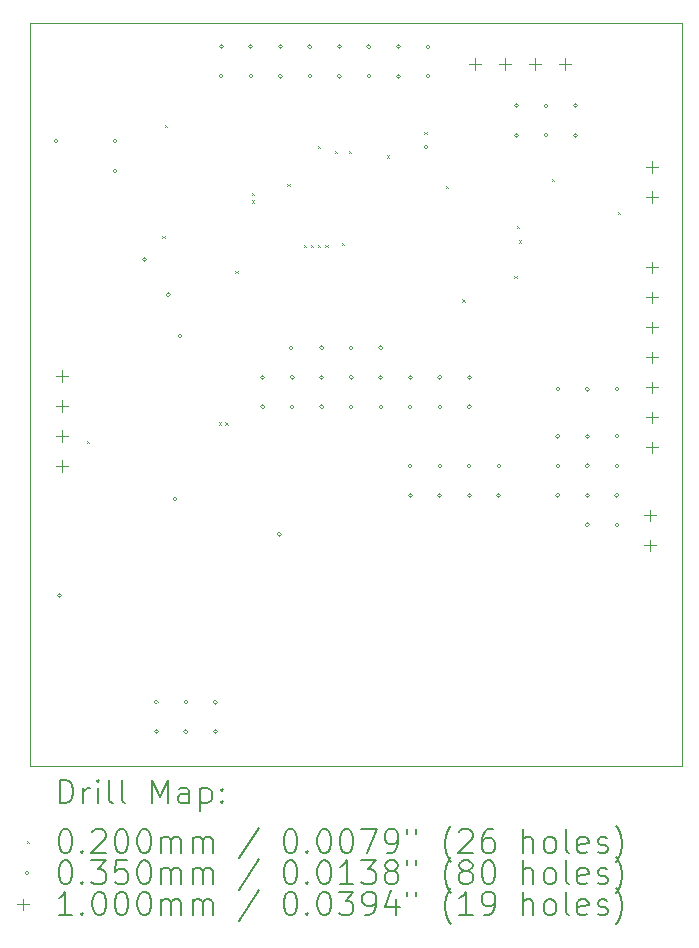
<source format=gbr>
%TF.GenerationSoftware,KiCad,Pcbnew,8.0.0*%
%TF.CreationDate,2025-05-02T12:09:18-03:00*%
%TF.ProjectId,PRJ4 (Alimentador Digital),50524a34-2028-4416-9c69-6d656e746164,rev?*%
%TF.SameCoordinates,Original*%
%TF.FileFunction,Drillmap*%
%TF.FilePolarity,Positive*%
%FSLAX45Y45*%
G04 Gerber Fmt 4.5, Leading zero omitted, Abs format (unit mm)*
G04 Created by KiCad (PCBNEW 8.0.0) date 2025-05-02 12:09:18*
%MOMM*%
%LPD*%
G01*
G04 APERTURE LIST*
%ADD10C,0.100000*%
%ADD11C,0.200000*%
G04 APERTURE END LIST*
D10*
X11527500Y-6750000D02*
X17052500Y-6750000D01*
X17052500Y-13040000D01*
X11527500Y-13040000D01*
X11527500Y-6750000D01*
D11*
D10*
X12010000Y-10290000D02*
X12030000Y-10310000D01*
X12030000Y-10290000D02*
X12010000Y-10310000D01*
X12650000Y-8550000D02*
X12670000Y-8570000D01*
X12670000Y-8550000D02*
X12650000Y-8570000D01*
X12670000Y-7610000D02*
X12690000Y-7630000D01*
X12690000Y-7610000D02*
X12670000Y-7630000D01*
X13130000Y-10130000D02*
X13150000Y-10150000D01*
X13150000Y-10130000D02*
X13130000Y-10150000D01*
X13185000Y-10130000D02*
X13205000Y-10150000D01*
X13205000Y-10130000D02*
X13185000Y-10150000D01*
X13270000Y-8850000D02*
X13290000Y-8870000D01*
X13290000Y-8850000D02*
X13270000Y-8870000D01*
X13410000Y-8190000D02*
X13430000Y-8210000D01*
X13430000Y-8190000D02*
X13410000Y-8210000D01*
X13410000Y-8250000D02*
X13430000Y-8270000D01*
X13430000Y-8250000D02*
X13410000Y-8270000D01*
X13710000Y-8110000D02*
X13730000Y-8130000D01*
X13730000Y-8110000D02*
X13710000Y-8130000D01*
X13850000Y-8630000D02*
X13870000Y-8650000D01*
X13870000Y-8630000D02*
X13850000Y-8650000D01*
X13910000Y-8630000D02*
X13930000Y-8650000D01*
X13930000Y-8630000D02*
X13910000Y-8650000D01*
X13970000Y-7790000D02*
X13990000Y-7810000D01*
X13990000Y-7790000D02*
X13970000Y-7810000D01*
X13970000Y-8630000D02*
X13990000Y-8650000D01*
X13990000Y-8630000D02*
X13970000Y-8650000D01*
X14030000Y-8630000D02*
X14050000Y-8650000D01*
X14050000Y-8630000D02*
X14030000Y-8650000D01*
X14110000Y-7830000D02*
X14130000Y-7850000D01*
X14130000Y-7830000D02*
X14110000Y-7850000D01*
X14170000Y-8610000D02*
X14190000Y-8630000D01*
X14190000Y-8610000D02*
X14170000Y-8630000D01*
X14230000Y-7830000D02*
X14250000Y-7850000D01*
X14250000Y-7830000D02*
X14230000Y-7850000D01*
X14550000Y-7870000D02*
X14570000Y-7890000D01*
X14570000Y-7870000D02*
X14550000Y-7890000D01*
X14870000Y-7670000D02*
X14890000Y-7690000D01*
X14890000Y-7670000D02*
X14870000Y-7690000D01*
X15050000Y-8130000D02*
X15070000Y-8150000D01*
X15070000Y-8130000D02*
X15050000Y-8150000D01*
X15190000Y-9090000D02*
X15210000Y-9110000D01*
X15210000Y-9090000D02*
X15190000Y-9110000D01*
X15630000Y-8890000D02*
X15650000Y-8910000D01*
X15650000Y-8890000D02*
X15630000Y-8910000D01*
X15650000Y-8470000D02*
X15670000Y-8490000D01*
X15670000Y-8470000D02*
X15650000Y-8490000D01*
X15670000Y-8590000D02*
X15690000Y-8610000D01*
X15690000Y-8590000D02*
X15670000Y-8610000D01*
X15950000Y-8070000D02*
X15970000Y-8090000D01*
X15970000Y-8070000D02*
X15950000Y-8090000D01*
X16510000Y-8350000D02*
X16530000Y-8370000D01*
X16530000Y-8350000D02*
X16510000Y-8370000D01*
X11767500Y-7750000D02*
G75*
G02*
X11732500Y-7750000I-17500J0D01*
G01*
X11732500Y-7750000D02*
G75*
G02*
X11767500Y-7750000I17500J0D01*
G01*
X11797500Y-11600000D02*
G75*
G02*
X11762500Y-11600000I-17500J0D01*
G01*
X11762500Y-11600000D02*
G75*
G02*
X11797500Y-11600000I17500J0D01*
G01*
X12267500Y-7750000D02*
G75*
G02*
X12232500Y-7750000I-17500J0D01*
G01*
X12232500Y-7750000D02*
G75*
G02*
X12267500Y-7750000I17500J0D01*
G01*
X12267500Y-8000000D02*
G75*
G02*
X12232500Y-8000000I-17500J0D01*
G01*
X12232500Y-8000000D02*
G75*
G02*
X12267500Y-8000000I17500J0D01*
G01*
X12517500Y-8750000D02*
G75*
G02*
X12482500Y-8750000I-17500J0D01*
G01*
X12482500Y-8750000D02*
G75*
G02*
X12517500Y-8750000I17500J0D01*
G01*
X12617500Y-12500000D02*
G75*
G02*
X12582500Y-12500000I-17500J0D01*
G01*
X12582500Y-12500000D02*
G75*
G02*
X12617500Y-12500000I17500J0D01*
G01*
X12617500Y-12750000D02*
G75*
G02*
X12582500Y-12750000I-17500J0D01*
G01*
X12582500Y-12750000D02*
G75*
G02*
X12617500Y-12750000I17500J0D01*
G01*
X12717500Y-9050000D02*
G75*
G02*
X12682500Y-9050000I-17500J0D01*
G01*
X12682500Y-9050000D02*
G75*
G02*
X12717500Y-9050000I17500J0D01*
G01*
X12777500Y-10780000D02*
G75*
G02*
X12742500Y-10780000I-17500J0D01*
G01*
X12742500Y-10780000D02*
G75*
G02*
X12777500Y-10780000I17500J0D01*
G01*
X12817500Y-9400000D02*
G75*
G02*
X12782500Y-9400000I-17500J0D01*
G01*
X12782500Y-9400000D02*
G75*
G02*
X12817500Y-9400000I17500J0D01*
G01*
X12867500Y-12500000D02*
G75*
G02*
X12832500Y-12500000I-17500J0D01*
G01*
X12832500Y-12500000D02*
G75*
G02*
X12867500Y-12500000I17500J0D01*
G01*
X12867500Y-12750000D02*
G75*
G02*
X12832500Y-12750000I-17500J0D01*
G01*
X12832500Y-12750000D02*
G75*
G02*
X12867500Y-12750000I17500J0D01*
G01*
X13117500Y-12500000D02*
G75*
G02*
X13082500Y-12500000I-17500J0D01*
G01*
X13082500Y-12500000D02*
G75*
G02*
X13117500Y-12500000I17500J0D01*
G01*
X13117500Y-12750000D02*
G75*
G02*
X13082500Y-12750000I-17500J0D01*
G01*
X13082500Y-12750000D02*
G75*
G02*
X13117500Y-12750000I17500J0D01*
G01*
X13167500Y-6950000D02*
G75*
G02*
X13132500Y-6950000I-17500J0D01*
G01*
X13132500Y-6950000D02*
G75*
G02*
X13167500Y-6950000I17500J0D01*
G01*
X13167500Y-7200000D02*
G75*
G02*
X13132500Y-7200000I-17500J0D01*
G01*
X13132500Y-7200000D02*
G75*
G02*
X13167500Y-7200000I17500J0D01*
G01*
X13417500Y-6950000D02*
G75*
G02*
X13382500Y-6950000I-17500J0D01*
G01*
X13382500Y-6950000D02*
G75*
G02*
X13417500Y-6950000I17500J0D01*
G01*
X13417500Y-7200000D02*
G75*
G02*
X13382500Y-7200000I-17500J0D01*
G01*
X13382500Y-7200000D02*
G75*
G02*
X13417500Y-7200000I17500J0D01*
G01*
X13517500Y-9750000D02*
G75*
G02*
X13482500Y-9750000I-17500J0D01*
G01*
X13482500Y-9750000D02*
G75*
G02*
X13517500Y-9750000I17500J0D01*
G01*
X13517500Y-10000000D02*
G75*
G02*
X13482500Y-10000000I-17500J0D01*
G01*
X13482500Y-10000000D02*
G75*
G02*
X13517500Y-10000000I17500J0D01*
G01*
X13657500Y-11080000D02*
G75*
G02*
X13622500Y-11080000I-17500J0D01*
G01*
X13622500Y-11080000D02*
G75*
G02*
X13657500Y-11080000I17500J0D01*
G01*
X13667500Y-6950000D02*
G75*
G02*
X13632500Y-6950000I-17500J0D01*
G01*
X13632500Y-6950000D02*
G75*
G02*
X13667500Y-6950000I17500J0D01*
G01*
X13667500Y-7200000D02*
G75*
G02*
X13632500Y-7200000I-17500J0D01*
G01*
X13632500Y-7200000D02*
G75*
G02*
X13667500Y-7200000I17500J0D01*
G01*
X13757500Y-9500000D02*
G75*
G02*
X13722500Y-9500000I-17500J0D01*
G01*
X13722500Y-9500000D02*
G75*
G02*
X13757500Y-9500000I17500J0D01*
G01*
X13767500Y-9750000D02*
G75*
G02*
X13732500Y-9750000I-17500J0D01*
G01*
X13732500Y-9750000D02*
G75*
G02*
X13767500Y-9750000I17500J0D01*
G01*
X13767500Y-10000000D02*
G75*
G02*
X13732500Y-10000000I-17500J0D01*
G01*
X13732500Y-10000000D02*
G75*
G02*
X13767500Y-10000000I17500J0D01*
G01*
X13917500Y-6950000D02*
G75*
G02*
X13882500Y-6950000I-17500J0D01*
G01*
X13882500Y-6950000D02*
G75*
G02*
X13917500Y-6950000I17500J0D01*
G01*
X13917500Y-7200000D02*
G75*
G02*
X13882500Y-7200000I-17500J0D01*
G01*
X13882500Y-7200000D02*
G75*
G02*
X13917500Y-7200000I17500J0D01*
G01*
X14017500Y-9500000D02*
G75*
G02*
X13982500Y-9500000I-17500J0D01*
G01*
X13982500Y-9500000D02*
G75*
G02*
X14017500Y-9500000I17500J0D01*
G01*
X14017500Y-9750000D02*
G75*
G02*
X13982500Y-9750000I-17500J0D01*
G01*
X13982500Y-9750000D02*
G75*
G02*
X14017500Y-9750000I17500J0D01*
G01*
X14017500Y-10000000D02*
G75*
G02*
X13982500Y-10000000I-17500J0D01*
G01*
X13982500Y-10000000D02*
G75*
G02*
X14017500Y-10000000I17500J0D01*
G01*
X14167500Y-6950000D02*
G75*
G02*
X14132500Y-6950000I-17500J0D01*
G01*
X14132500Y-6950000D02*
G75*
G02*
X14167500Y-6950000I17500J0D01*
G01*
X14167500Y-7200000D02*
G75*
G02*
X14132500Y-7200000I-17500J0D01*
G01*
X14132500Y-7200000D02*
G75*
G02*
X14167500Y-7200000I17500J0D01*
G01*
X14267500Y-9500000D02*
G75*
G02*
X14232500Y-9500000I-17500J0D01*
G01*
X14232500Y-9500000D02*
G75*
G02*
X14267500Y-9500000I17500J0D01*
G01*
X14267500Y-9750000D02*
G75*
G02*
X14232500Y-9750000I-17500J0D01*
G01*
X14232500Y-9750000D02*
G75*
G02*
X14267500Y-9750000I17500J0D01*
G01*
X14267500Y-10000000D02*
G75*
G02*
X14232500Y-10000000I-17500J0D01*
G01*
X14232500Y-10000000D02*
G75*
G02*
X14267500Y-10000000I17500J0D01*
G01*
X14417500Y-6950000D02*
G75*
G02*
X14382500Y-6950000I-17500J0D01*
G01*
X14382500Y-6950000D02*
G75*
G02*
X14417500Y-6950000I17500J0D01*
G01*
X14417500Y-7200000D02*
G75*
G02*
X14382500Y-7200000I-17500J0D01*
G01*
X14382500Y-7200000D02*
G75*
G02*
X14417500Y-7200000I17500J0D01*
G01*
X14517500Y-9500000D02*
G75*
G02*
X14482500Y-9500000I-17500J0D01*
G01*
X14482500Y-9500000D02*
G75*
G02*
X14517500Y-9500000I17500J0D01*
G01*
X14517500Y-9750000D02*
G75*
G02*
X14482500Y-9750000I-17500J0D01*
G01*
X14482500Y-9750000D02*
G75*
G02*
X14517500Y-9750000I17500J0D01*
G01*
X14517500Y-10000000D02*
G75*
G02*
X14482500Y-10000000I-17500J0D01*
G01*
X14482500Y-10000000D02*
G75*
G02*
X14517500Y-10000000I17500J0D01*
G01*
X14667500Y-6950000D02*
G75*
G02*
X14632500Y-6950000I-17500J0D01*
G01*
X14632500Y-6950000D02*
G75*
G02*
X14667500Y-6950000I17500J0D01*
G01*
X14667500Y-7200000D02*
G75*
G02*
X14632500Y-7200000I-17500J0D01*
G01*
X14632500Y-7200000D02*
G75*
G02*
X14667500Y-7200000I17500J0D01*
G01*
X14767500Y-9750000D02*
G75*
G02*
X14732500Y-9750000I-17500J0D01*
G01*
X14732500Y-9750000D02*
G75*
G02*
X14767500Y-9750000I17500J0D01*
G01*
X14767500Y-10000000D02*
G75*
G02*
X14732500Y-10000000I-17500J0D01*
G01*
X14732500Y-10000000D02*
G75*
G02*
X14767500Y-10000000I17500J0D01*
G01*
X14767500Y-10500000D02*
G75*
G02*
X14732500Y-10500000I-17500J0D01*
G01*
X14732500Y-10500000D02*
G75*
G02*
X14767500Y-10500000I17500J0D01*
G01*
X14767500Y-10750000D02*
G75*
G02*
X14732500Y-10750000I-17500J0D01*
G01*
X14732500Y-10750000D02*
G75*
G02*
X14767500Y-10750000I17500J0D01*
G01*
X14897500Y-7800000D02*
G75*
G02*
X14862500Y-7800000I-17500J0D01*
G01*
X14862500Y-7800000D02*
G75*
G02*
X14897500Y-7800000I17500J0D01*
G01*
X14917500Y-6950000D02*
G75*
G02*
X14882500Y-6950000I-17500J0D01*
G01*
X14882500Y-6950000D02*
G75*
G02*
X14917500Y-6950000I17500J0D01*
G01*
X14917500Y-7200000D02*
G75*
G02*
X14882500Y-7200000I-17500J0D01*
G01*
X14882500Y-7200000D02*
G75*
G02*
X14917500Y-7200000I17500J0D01*
G01*
X15017500Y-9750000D02*
G75*
G02*
X14982500Y-9750000I-17500J0D01*
G01*
X14982500Y-9750000D02*
G75*
G02*
X15017500Y-9750000I17500J0D01*
G01*
X15017500Y-10000000D02*
G75*
G02*
X14982500Y-10000000I-17500J0D01*
G01*
X14982500Y-10000000D02*
G75*
G02*
X15017500Y-10000000I17500J0D01*
G01*
X15017500Y-10500000D02*
G75*
G02*
X14982500Y-10500000I-17500J0D01*
G01*
X14982500Y-10500000D02*
G75*
G02*
X15017500Y-10500000I17500J0D01*
G01*
X15017500Y-10750000D02*
G75*
G02*
X14982500Y-10750000I-17500J0D01*
G01*
X14982500Y-10750000D02*
G75*
G02*
X15017500Y-10750000I17500J0D01*
G01*
X15267500Y-9750000D02*
G75*
G02*
X15232500Y-9750000I-17500J0D01*
G01*
X15232500Y-9750000D02*
G75*
G02*
X15267500Y-9750000I17500J0D01*
G01*
X15267500Y-10000000D02*
G75*
G02*
X15232500Y-10000000I-17500J0D01*
G01*
X15232500Y-10000000D02*
G75*
G02*
X15267500Y-10000000I17500J0D01*
G01*
X15267500Y-10500000D02*
G75*
G02*
X15232500Y-10500000I-17500J0D01*
G01*
X15232500Y-10500000D02*
G75*
G02*
X15267500Y-10500000I17500J0D01*
G01*
X15267500Y-10750000D02*
G75*
G02*
X15232500Y-10750000I-17500J0D01*
G01*
X15232500Y-10750000D02*
G75*
G02*
X15267500Y-10750000I17500J0D01*
G01*
X15517500Y-10500000D02*
G75*
G02*
X15482500Y-10500000I-17500J0D01*
G01*
X15482500Y-10500000D02*
G75*
G02*
X15517500Y-10500000I17500J0D01*
G01*
X15517500Y-10750000D02*
G75*
G02*
X15482500Y-10750000I-17500J0D01*
G01*
X15482500Y-10750000D02*
G75*
G02*
X15517500Y-10750000I17500J0D01*
G01*
X15667500Y-7450000D02*
G75*
G02*
X15632500Y-7450000I-17500J0D01*
G01*
X15632500Y-7450000D02*
G75*
G02*
X15667500Y-7450000I17500J0D01*
G01*
X15667500Y-7700000D02*
G75*
G02*
X15632500Y-7700000I-17500J0D01*
G01*
X15632500Y-7700000D02*
G75*
G02*
X15667500Y-7700000I17500J0D01*
G01*
X15917500Y-7450000D02*
G75*
G02*
X15882500Y-7450000I-17500J0D01*
G01*
X15882500Y-7450000D02*
G75*
G02*
X15917500Y-7450000I17500J0D01*
G01*
X15917500Y-7700000D02*
G75*
G02*
X15882500Y-7700000I-17500J0D01*
G01*
X15882500Y-7700000D02*
G75*
G02*
X15917500Y-7700000I17500J0D01*
G01*
X16017500Y-9850000D02*
G75*
G02*
X15982500Y-9850000I-17500J0D01*
G01*
X15982500Y-9850000D02*
G75*
G02*
X16017500Y-9850000I17500J0D01*
G01*
X16017500Y-10250000D02*
G75*
G02*
X15982500Y-10250000I-17500J0D01*
G01*
X15982500Y-10250000D02*
G75*
G02*
X16017500Y-10250000I17500J0D01*
G01*
X16017500Y-10500000D02*
G75*
G02*
X15982500Y-10500000I-17500J0D01*
G01*
X15982500Y-10500000D02*
G75*
G02*
X16017500Y-10500000I17500J0D01*
G01*
X16017500Y-10750000D02*
G75*
G02*
X15982500Y-10750000I-17500J0D01*
G01*
X15982500Y-10750000D02*
G75*
G02*
X16017500Y-10750000I17500J0D01*
G01*
X16167500Y-7450000D02*
G75*
G02*
X16132500Y-7450000I-17500J0D01*
G01*
X16132500Y-7450000D02*
G75*
G02*
X16167500Y-7450000I17500J0D01*
G01*
X16167500Y-7700000D02*
G75*
G02*
X16132500Y-7700000I-17500J0D01*
G01*
X16132500Y-7700000D02*
G75*
G02*
X16167500Y-7700000I17500J0D01*
G01*
X16267500Y-9850000D02*
G75*
G02*
X16232500Y-9850000I-17500J0D01*
G01*
X16232500Y-9850000D02*
G75*
G02*
X16267500Y-9850000I17500J0D01*
G01*
X16267500Y-10250000D02*
G75*
G02*
X16232500Y-10250000I-17500J0D01*
G01*
X16232500Y-10250000D02*
G75*
G02*
X16267500Y-10250000I17500J0D01*
G01*
X16267500Y-10500000D02*
G75*
G02*
X16232500Y-10500000I-17500J0D01*
G01*
X16232500Y-10500000D02*
G75*
G02*
X16267500Y-10500000I17500J0D01*
G01*
X16267500Y-10750000D02*
G75*
G02*
X16232500Y-10750000I-17500J0D01*
G01*
X16232500Y-10750000D02*
G75*
G02*
X16267500Y-10750000I17500J0D01*
G01*
X16267500Y-11000000D02*
G75*
G02*
X16232500Y-11000000I-17500J0D01*
G01*
X16232500Y-11000000D02*
G75*
G02*
X16267500Y-11000000I17500J0D01*
G01*
X16517500Y-9850000D02*
G75*
G02*
X16482500Y-9850000I-17500J0D01*
G01*
X16482500Y-9850000D02*
G75*
G02*
X16517500Y-9850000I17500J0D01*
G01*
X16517500Y-10250000D02*
G75*
G02*
X16482500Y-10250000I-17500J0D01*
G01*
X16482500Y-10250000D02*
G75*
G02*
X16517500Y-10250000I17500J0D01*
G01*
X16517500Y-10500000D02*
G75*
G02*
X16482500Y-10500000I-17500J0D01*
G01*
X16482500Y-10500000D02*
G75*
G02*
X16517500Y-10500000I17500J0D01*
G01*
X16517500Y-10750000D02*
G75*
G02*
X16482500Y-10750000I-17500J0D01*
G01*
X16482500Y-10750000D02*
G75*
G02*
X16517500Y-10750000I17500J0D01*
G01*
X16517500Y-11000000D02*
G75*
G02*
X16482500Y-11000000I-17500J0D01*
G01*
X16482500Y-11000000D02*
G75*
G02*
X16517500Y-11000000I17500J0D01*
G01*
X11800000Y-9690500D02*
X11800000Y-9790500D01*
X11750000Y-9740500D02*
X11850000Y-9740500D01*
X11800000Y-9944500D02*
X11800000Y-10044500D01*
X11750000Y-9994500D02*
X11850000Y-9994500D01*
X11800000Y-10198500D02*
X11800000Y-10298500D01*
X11750000Y-10248500D02*
X11850000Y-10248500D01*
X11800000Y-10452500D02*
X11800000Y-10552500D01*
X11750000Y-10502500D02*
X11850000Y-10502500D01*
X15298000Y-7050000D02*
X15298000Y-7150000D01*
X15248000Y-7100000D02*
X15348000Y-7100000D01*
X15552000Y-7050000D02*
X15552000Y-7150000D01*
X15502000Y-7100000D02*
X15602000Y-7100000D01*
X15806000Y-7050000D02*
X15806000Y-7150000D01*
X15756000Y-7100000D02*
X15856000Y-7100000D01*
X16060000Y-7050000D02*
X16060000Y-7150000D01*
X16010000Y-7100000D02*
X16110000Y-7100000D01*
X16780000Y-10870000D02*
X16780000Y-10970000D01*
X16730000Y-10920000D02*
X16830000Y-10920000D01*
X16780000Y-11124000D02*
X16780000Y-11224000D01*
X16730000Y-11174000D02*
X16830000Y-11174000D01*
X16800000Y-7916000D02*
X16800000Y-8016000D01*
X16750000Y-7966000D02*
X16850000Y-7966000D01*
X16800000Y-8170000D02*
X16800000Y-8270000D01*
X16750000Y-8220000D02*
X16850000Y-8220000D01*
X16800000Y-8770000D02*
X16800000Y-8870000D01*
X16750000Y-8820000D02*
X16850000Y-8820000D01*
X16800000Y-9024000D02*
X16800000Y-9124000D01*
X16750000Y-9074000D02*
X16850000Y-9074000D01*
X16800000Y-9278000D02*
X16800000Y-9378000D01*
X16750000Y-9328000D02*
X16850000Y-9328000D01*
X16800000Y-9532000D02*
X16800000Y-9632000D01*
X16750000Y-9582000D02*
X16850000Y-9582000D01*
X16800000Y-9786000D02*
X16800000Y-9886000D01*
X16750000Y-9836000D02*
X16850000Y-9836000D01*
X16800000Y-10040000D02*
X16800000Y-10140000D01*
X16750000Y-10090000D02*
X16850000Y-10090000D01*
X16800000Y-10294000D02*
X16800000Y-10394000D01*
X16750000Y-10344000D02*
X16850000Y-10344000D01*
D11*
X11783277Y-13356484D02*
X11783277Y-13156484D01*
X11783277Y-13156484D02*
X11830896Y-13156484D01*
X11830896Y-13156484D02*
X11859467Y-13166008D01*
X11859467Y-13166008D02*
X11878515Y-13185055D01*
X11878515Y-13185055D02*
X11888039Y-13204103D01*
X11888039Y-13204103D02*
X11897562Y-13242198D01*
X11897562Y-13242198D02*
X11897562Y-13270769D01*
X11897562Y-13270769D02*
X11888039Y-13308865D01*
X11888039Y-13308865D02*
X11878515Y-13327912D01*
X11878515Y-13327912D02*
X11859467Y-13346960D01*
X11859467Y-13346960D02*
X11830896Y-13356484D01*
X11830896Y-13356484D02*
X11783277Y-13356484D01*
X11983277Y-13356484D02*
X11983277Y-13223150D01*
X11983277Y-13261246D02*
X11992801Y-13242198D01*
X11992801Y-13242198D02*
X12002324Y-13232674D01*
X12002324Y-13232674D02*
X12021372Y-13223150D01*
X12021372Y-13223150D02*
X12040420Y-13223150D01*
X12107086Y-13356484D02*
X12107086Y-13223150D01*
X12107086Y-13156484D02*
X12097562Y-13166008D01*
X12097562Y-13166008D02*
X12107086Y-13175531D01*
X12107086Y-13175531D02*
X12116610Y-13166008D01*
X12116610Y-13166008D02*
X12107086Y-13156484D01*
X12107086Y-13156484D02*
X12107086Y-13175531D01*
X12230896Y-13356484D02*
X12211848Y-13346960D01*
X12211848Y-13346960D02*
X12202324Y-13327912D01*
X12202324Y-13327912D02*
X12202324Y-13156484D01*
X12335658Y-13356484D02*
X12316610Y-13346960D01*
X12316610Y-13346960D02*
X12307086Y-13327912D01*
X12307086Y-13327912D02*
X12307086Y-13156484D01*
X12564229Y-13356484D02*
X12564229Y-13156484D01*
X12564229Y-13156484D02*
X12630896Y-13299341D01*
X12630896Y-13299341D02*
X12697562Y-13156484D01*
X12697562Y-13156484D02*
X12697562Y-13356484D01*
X12878515Y-13356484D02*
X12878515Y-13251722D01*
X12878515Y-13251722D02*
X12868991Y-13232674D01*
X12868991Y-13232674D02*
X12849943Y-13223150D01*
X12849943Y-13223150D02*
X12811848Y-13223150D01*
X12811848Y-13223150D02*
X12792801Y-13232674D01*
X12878515Y-13346960D02*
X12859467Y-13356484D01*
X12859467Y-13356484D02*
X12811848Y-13356484D01*
X12811848Y-13356484D02*
X12792801Y-13346960D01*
X12792801Y-13346960D02*
X12783277Y-13327912D01*
X12783277Y-13327912D02*
X12783277Y-13308865D01*
X12783277Y-13308865D02*
X12792801Y-13289817D01*
X12792801Y-13289817D02*
X12811848Y-13280293D01*
X12811848Y-13280293D02*
X12859467Y-13280293D01*
X12859467Y-13280293D02*
X12878515Y-13270769D01*
X12973753Y-13223150D02*
X12973753Y-13423150D01*
X12973753Y-13232674D02*
X12992801Y-13223150D01*
X12992801Y-13223150D02*
X13030896Y-13223150D01*
X13030896Y-13223150D02*
X13049943Y-13232674D01*
X13049943Y-13232674D02*
X13059467Y-13242198D01*
X13059467Y-13242198D02*
X13068991Y-13261246D01*
X13068991Y-13261246D02*
X13068991Y-13318388D01*
X13068991Y-13318388D02*
X13059467Y-13337436D01*
X13059467Y-13337436D02*
X13049943Y-13346960D01*
X13049943Y-13346960D02*
X13030896Y-13356484D01*
X13030896Y-13356484D02*
X12992801Y-13356484D01*
X12992801Y-13356484D02*
X12973753Y-13346960D01*
X13154705Y-13337436D02*
X13164229Y-13346960D01*
X13164229Y-13346960D02*
X13154705Y-13356484D01*
X13154705Y-13356484D02*
X13145182Y-13346960D01*
X13145182Y-13346960D02*
X13154705Y-13337436D01*
X13154705Y-13337436D02*
X13154705Y-13356484D01*
X13154705Y-13232674D02*
X13164229Y-13242198D01*
X13164229Y-13242198D02*
X13154705Y-13251722D01*
X13154705Y-13251722D02*
X13145182Y-13242198D01*
X13145182Y-13242198D02*
X13154705Y-13232674D01*
X13154705Y-13232674D02*
X13154705Y-13251722D01*
D10*
X11502500Y-13675000D02*
X11522500Y-13695000D01*
X11522500Y-13675000D02*
X11502500Y-13695000D01*
D11*
X11821372Y-13576484D02*
X11840420Y-13576484D01*
X11840420Y-13576484D02*
X11859467Y-13586008D01*
X11859467Y-13586008D02*
X11868991Y-13595531D01*
X11868991Y-13595531D02*
X11878515Y-13614579D01*
X11878515Y-13614579D02*
X11888039Y-13652674D01*
X11888039Y-13652674D02*
X11888039Y-13700293D01*
X11888039Y-13700293D02*
X11878515Y-13738388D01*
X11878515Y-13738388D02*
X11868991Y-13757436D01*
X11868991Y-13757436D02*
X11859467Y-13766960D01*
X11859467Y-13766960D02*
X11840420Y-13776484D01*
X11840420Y-13776484D02*
X11821372Y-13776484D01*
X11821372Y-13776484D02*
X11802324Y-13766960D01*
X11802324Y-13766960D02*
X11792801Y-13757436D01*
X11792801Y-13757436D02*
X11783277Y-13738388D01*
X11783277Y-13738388D02*
X11773753Y-13700293D01*
X11773753Y-13700293D02*
X11773753Y-13652674D01*
X11773753Y-13652674D02*
X11783277Y-13614579D01*
X11783277Y-13614579D02*
X11792801Y-13595531D01*
X11792801Y-13595531D02*
X11802324Y-13586008D01*
X11802324Y-13586008D02*
X11821372Y-13576484D01*
X11973753Y-13757436D02*
X11983277Y-13766960D01*
X11983277Y-13766960D02*
X11973753Y-13776484D01*
X11973753Y-13776484D02*
X11964229Y-13766960D01*
X11964229Y-13766960D02*
X11973753Y-13757436D01*
X11973753Y-13757436D02*
X11973753Y-13776484D01*
X12059467Y-13595531D02*
X12068991Y-13586008D01*
X12068991Y-13586008D02*
X12088039Y-13576484D01*
X12088039Y-13576484D02*
X12135658Y-13576484D01*
X12135658Y-13576484D02*
X12154705Y-13586008D01*
X12154705Y-13586008D02*
X12164229Y-13595531D01*
X12164229Y-13595531D02*
X12173753Y-13614579D01*
X12173753Y-13614579D02*
X12173753Y-13633627D01*
X12173753Y-13633627D02*
X12164229Y-13662198D01*
X12164229Y-13662198D02*
X12049943Y-13776484D01*
X12049943Y-13776484D02*
X12173753Y-13776484D01*
X12297562Y-13576484D02*
X12316610Y-13576484D01*
X12316610Y-13576484D02*
X12335658Y-13586008D01*
X12335658Y-13586008D02*
X12345182Y-13595531D01*
X12345182Y-13595531D02*
X12354705Y-13614579D01*
X12354705Y-13614579D02*
X12364229Y-13652674D01*
X12364229Y-13652674D02*
X12364229Y-13700293D01*
X12364229Y-13700293D02*
X12354705Y-13738388D01*
X12354705Y-13738388D02*
X12345182Y-13757436D01*
X12345182Y-13757436D02*
X12335658Y-13766960D01*
X12335658Y-13766960D02*
X12316610Y-13776484D01*
X12316610Y-13776484D02*
X12297562Y-13776484D01*
X12297562Y-13776484D02*
X12278515Y-13766960D01*
X12278515Y-13766960D02*
X12268991Y-13757436D01*
X12268991Y-13757436D02*
X12259467Y-13738388D01*
X12259467Y-13738388D02*
X12249943Y-13700293D01*
X12249943Y-13700293D02*
X12249943Y-13652674D01*
X12249943Y-13652674D02*
X12259467Y-13614579D01*
X12259467Y-13614579D02*
X12268991Y-13595531D01*
X12268991Y-13595531D02*
X12278515Y-13586008D01*
X12278515Y-13586008D02*
X12297562Y-13576484D01*
X12488039Y-13576484D02*
X12507086Y-13576484D01*
X12507086Y-13576484D02*
X12526134Y-13586008D01*
X12526134Y-13586008D02*
X12535658Y-13595531D01*
X12535658Y-13595531D02*
X12545182Y-13614579D01*
X12545182Y-13614579D02*
X12554705Y-13652674D01*
X12554705Y-13652674D02*
X12554705Y-13700293D01*
X12554705Y-13700293D02*
X12545182Y-13738388D01*
X12545182Y-13738388D02*
X12535658Y-13757436D01*
X12535658Y-13757436D02*
X12526134Y-13766960D01*
X12526134Y-13766960D02*
X12507086Y-13776484D01*
X12507086Y-13776484D02*
X12488039Y-13776484D01*
X12488039Y-13776484D02*
X12468991Y-13766960D01*
X12468991Y-13766960D02*
X12459467Y-13757436D01*
X12459467Y-13757436D02*
X12449943Y-13738388D01*
X12449943Y-13738388D02*
X12440420Y-13700293D01*
X12440420Y-13700293D02*
X12440420Y-13652674D01*
X12440420Y-13652674D02*
X12449943Y-13614579D01*
X12449943Y-13614579D02*
X12459467Y-13595531D01*
X12459467Y-13595531D02*
X12468991Y-13586008D01*
X12468991Y-13586008D02*
X12488039Y-13576484D01*
X12640420Y-13776484D02*
X12640420Y-13643150D01*
X12640420Y-13662198D02*
X12649943Y-13652674D01*
X12649943Y-13652674D02*
X12668991Y-13643150D01*
X12668991Y-13643150D02*
X12697563Y-13643150D01*
X12697563Y-13643150D02*
X12716610Y-13652674D01*
X12716610Y-13652674D02*
X12726134Y-13671722D01*
X12726134Y-13671722D02*
X12726134Y-13776484D01*
X12726134Y-13671722D02*
X12735658Y-13652674D01*
X12735658Y-13652674D02*
X12754705Y-13643150D01*
X12754705Y-13643150D02*
X12783277Y-13643150D01*
X12783277Y-13643150D02*
X12802324Y-13652674D01*
X12802324Y-13652674D02*
X12811848Y-13671722D01*
X12811848Y-13671722D02*
X12811848Y-13776484D01*
X12907086Y-13776484D02*
X12907086Y-13643150D01*
X12907086Y-13662198D02*
X12916610Y-13652674D01*
X12916610Y-13652674D02*
X12935658Y-13643150D01*
X12935658Y-13643150D02*
X12964229Y-13643150D01*
X12964229Y-13643150D02*
X12983277Y-13652674D01*
X12983277Y-13652674D02*
X12992801Y-13671722D01*
X12992801Y-13671722D02*
X12992801Y-13776484D01*
X12992801Y-13671722D02*
X13002324Y-13652674D01*
X13002324Y-13652674D02*
X13021372Y-13643150D01*
X13021372Y-13643150D02*
X13049943Y-13643150D01*
X13049943Y-13643150D02*
X13068991Y-13652674D01*
X13068991Y-13652674D02*
X13078515Y-13671722D01*
X13078515Y-13671722D02*
X13078515Y-13776484D01*
X13468991Y-13566960D02*
X13297563Y-13824103D01*
X13726134Y-13576484D02*
X13745182Y-13576484D01*
X13745182Y-13576484D02*
X13764229Y-13586008D01*
X13764229Y-13586008D02*
X13773753Y-13595531D01*
X13773753Y-13595531D02*
X13783277Y-13614579D01*
X13783277Y-13614579D02*
X13792801Y-13652674D01*
X13792801Y-13652674D02*
X13792801Y-13700293D01*
X13792801Y-13700293D02*
X13783277Y-13738388D01*
X13783277Y-13738388D02*
X13773753Y-13757436D01*
X13773753Y-13757436D02*
X13764229Y-13766960D01*
X13764229Y-13766960D02*
X13745182Y-13776484D01*
X13745182Y-13776484D02*
X13726134Y-13776484D01*
X13726134Y-13776484D02*
X13707086Y-13766960D01*
X13707086Y-13766960D02*
X13697563Y-13757436D01*
X13697563Y-13757436D02*
X13688039Y-13738388D01*
X13688039Y-13738388D02*
X13678515Y-13700293D01*
X13678515Y-13700293D02*
X13678515Y-13652674D01*
X13678515Y-13652674D02*
X13688039Y-13614579D01*
X13688039Y-13614579D02*
X13697563Y-13595531D01*
X13697563Y-13595531D02*
X13707086Y-13586008D01*
X13707086Y-13586008D02*
X13726134Y-13576484D01*
X13878515Y-13757436D02*
X13888039Y-13766960D01*
X13888039Y-13766960D02*
X13878515Y-13776484D01*
X13878515Y-13776484D02*
X13868991Y-13766960D01*
X13868991Y-13766960D02*
X13878515Y-13757436D01*
X13878515Y-13757436D02*
X13878515Y-13776484D01*
X14011848Y-13576484D02*
X14030896Y-13576484D01*
X14030896Y-13576484D02*
X14049944Y-13586008D01*
X14049944Y-13586008D02*
X14059467Y-13595531D01*
X14059467Y-13595531D02*
X14068991Y-13614579D01*
X14068991Y-13614579D02*
X14078515Y-13652674D01*
X14078515Y-13652674D02*
X14078515Y-13700293D01*
X14078515Y-13700293D02*
X14068991Y-13738388D01*
X14068991Y-13738388D02*
X14059467Y-13757436D01*
X14059467Y-13757436D02*
X14049944Y-13766960D01*
X14049944Y-13766960D02*
X14030896Y-13776484D01*
X14030896Y-13776484D02*
X14011848Y-13776484D01*
X14011848Y-13776484D02*
X13992801Y-13766960D01*
X13992801Y-13766960D02*
X13983277Y-13757436D01*
X13983277Y-13757436D02*
X13973753Y-13738388D01*
X13973753Y-13738388D02*
X13964229Y-13700293D01*
X13964229Y-13700293D02*
X13964229Y-13652674D01*
X13964229Y-13652674D02*
X13973753Y-13614579D01*
X13973753Y-13614579D02*
X13983277Y-13595531D01*
X13983277Y-13595531D02*
X13992801Y-13586008D01*
X13992801Y-13586008D02*
X14011848Y-13576484D01*
X14202325Y-13576484D02*
X14221372Y-13576484D01*
X14221372Y-13576484D02*
X14240420Y-13586008D01*
X14240420Y-13586008D02*
X14249944Y-13595531D01*
X14249944Y-13595531D02*
X14259467Y-13614579D01*
X14259467Y-13614579D02*
X14268991Y-13652674D01*
X14268991Y-13652674D02*
X14268991Y-13700293D01*
X14268991Y-13700293D02*
X14259467Y-13738388D01*
X14259467Y-13738388D02*
X14249944Y-13757436D01*
X14249944Y-13757436D02*
X14240420Y-13766960D01*
X14240420Y-13766960D02*
X14221372Y-13776484D01*
X14221372Y-13776484D02*
X14202325Y-13776484D01*
X14202325Y-13776484D02*
X14183277Y-13766960D01*
X14183277Y-13766960D02*
X14173753Y-13757436D01*
X14173753Y-13757436D02*
X14164229Y-13738388D01*
X14164229Y-13738388D02*
X14154706Y-13700293D01*
X14154706Y-13700293D02*
X14154706Y-13652674D01*
X14154706Y-13652674D02*
X14164229Y-13614579D01*
X14164229Y-13614579D02*
X14173753Y-13595531D01*
X14173753Y-13595531D02*
X14183277Y-13586008D01*
X14183277Y-13586008D02*
X14202325Y-13576484D01*
X14335658Y-13576484D02*
X14468991Y-13576484D01*
X14468991Y-13576484D02*
X14383277Y-13776484D01*
X14554706Y-13776484D02*
X14592801Y-13776484D01*
X14592801Y-13776484D02*
X14611848Y-13766960D01*
X14611848Y-13766960D02*
X14621372Y-13757436D01*
X14621372Y-13757436D02*
X14640420Y-13728865D01*
X14640420Y-13728865D02*
X14649944Y-13690769D01*
X14649944Y-13690769D02*
X14649944Y-13614579D01*
X14649944Y-13614579D02*
X14640420Y-13595531D01*
X14640420Y-13595531D02*
X14630896Y-13586008D01*
X14630896Y-13586008D02*
X14611848Y-13576484D01*
X14611848Y-13576484D02*
X14573753Y-13576484D01*
X14573753Y-13576484D02*
X14554706Y-13586008D01*
X14554706Y-13586008D02*
X14545182Y-13595531D01*
X14545182Y-13595531D02*
X14535658Y-13614579D01*
X14535658Y-13614579D02*
X14535658Y-13662198D01*
X14535658Y-13662198D02*
X14545182Y-13681246D01*
X14545182Y-13681246D02*
X14554706Y-13690769D01*
X14554706Y-13690769D02*
X14573753Y-13700293D01*
X14573753Y-13700293D02*
X14611848Y-13700293D01*
X14611848Y-13700293D02*
X14630896Y-13690769D01*
X14630896Y-13690769D02*
X14640420Y-13681246D01*
X14640420Y-13681246D02*
X14649944Y-13662198D01*
X14726134Y-13576484D02*
X14726134Y-13614579D01*
X14802325Y-13576484D02*
X14802325Y-13614579D01*
X15097563Y-13852674D02*
X15088039Y-13843150D01*
X15088039Y-13843150D02*
X15068991Y-13814579D01*
X15068991Y-13814579D02*
X15059468Y-13795531D01*
X15059468Y-13795531D02*
X15049944Y-13766960D01*
X15049944Y-13766960D02*
X15040420Y-13719341D01*
X15040420Y-13719341D02*
X15040420Y-13681246D01*
X15040420Y-13681246D02*
X15049944Y-13633627D01*
X15049944Y-13633627D02*
X15059468Y-13605055D01*
X15059468Y-13605055D02*
X15068991Y-13586008D01*
X15068991Y-13586008D02*
X15088039Y-13557436D01*
X15088039Y-13557436D02*
X15097563Y-13547912D01*
X15164229Y-13595531D02*
X15173753Y-13586008D01*
X15173753Y-13586008D02*
X15192801Y-13576484D01*
X15192801Y-13576484D02*
X15240420Y-13576484D01*
X15240420Y-13576484D02*
X15259468Y-13586008D01*
X15259468Y-13586008D02*
X15268991Y-13595531D01*
X15268991Y-13595531D02*
X15278515Y-13614579D01*
X15278515Y-13614579D02*
X15278515Y-13633627D01*
X15278515Y-13633627D02*
X15268991Y-13662198D01*
X15268991Y-13662198D02*
X15154706Y-13776484D01*
X15154706Y-13776484D02*
X15278515Y-13776484D01*
X15449944Y-13576484D02*
X15411848Y-13576484D01*
X15411848Y-13576484D02*
X15392801Y-13586008D01*
X15392801Y-13586008D02*
X15383277Y-13595531D01*
X15383277Y-13595531D02*
X15364229Y-13624103D01*
X15364229Y-13624103D02*
X15354706Y-13662198D01*
X15354706Y-13662198D02*
X15354706Y-13738388D01*
X15354706Y-13738388D02*
X15364229Y-13757436D01*
X15364229Y-13757436D02*
X15373753Y-13766960D01*
X15373753Y-13766960D02*
X15392801Y-13776484D01*
X15392801Y-13776484D02*
X15430896Y-13776484D01*
X15430896Y-13776484D02*
X15449944Y-13766960D01*
X15449944Y-13766960D02*
X15459468Y-13757436D01*
X15459468Y-13757436D02*
X15468991Y-13738388D01*
X15468991Y-13738388D02*
X15468991Y-13690769D01*
X15468991Y-13690769D02*
X15459468Y-13671722D01*
X15459468Y-13671722D02*
X15449944Y-13662198D01*
X15449944Y-13662198D02*
X15430896Y-13652674D01*
X15430896Y-13652674D02*
X15392801Y-13652674D01*
X15392801Y-13652674D02*
X15373753Y-13662198D01*
X15373753Y-13662198D02*
X15364229Y-13671722D01*
X15364229Y-13671722D02*
X15354706Y-13690769D01*
X15707087Y-13776484D02*
X15707087Y-13576484D01*
X15792801Y-13776484D02*
X15792801Y-13671722D01*
X15792801Y-13671722D02*
X15783277Y-13652674D01*
X15783277Y-13652674D02*
X15764230Y-13643150D01*
X15764230Y-13643150D02*
X15735658Y-13643150D01*
X15735658Y-13643150D02*
X15716610Y-13652674D01*
X15716610Y-13652674D02*
X15707087Y-13662198D01*
X15916610Y-13776484D02*
X15897563Y-13766960D01*
X15897563Y-13766960D02*
X15888039Y-13757436D01*
X15888039Y-13757436D02*
X15878515Y-13738388D01*
X15878515Y-13738388D02*
X15878515Y-13681246D01*
X15878515Y-13681246D02*
X15888039Y-13662198D01*
X15888039Y-13662198D02*
X15897563Y-13652674D01*
X15897563Y-13652674D02*
X15916610Y-13643150D01*
X15916610Y-13643150D02*
X15945182Y-13643150D01*
X15945182Y-13643150D02*
X15964230Y-13652674D01*
X15964230Y-13652674D02*
X15973753Y-13662198D01*
X15973753Y-13662198D02*
X15983277Y-13681246D01*
X15983277Y-13681246D02*
X15983277Y-13738388D01*
X15983277Y-13738388D02*
X15973753Y-13757436D01*
X15973753Y-13757436D02*
X15964230Y-13766960D01*
X15964230Y-13766960D02*
X15945182Y-13776484D01*
X15945182Y-13776484D02*
X15916610Y-13776484D01*
X16097563Y-13776484D02*
X16078515Y-13766960D01*
X16078515Y-13766960D02*
X16068991Y-13747912D01*
X16068991Y-13747912D02*
X16068991Y-13576484D01*
X16249944Y-13766960D02*
X16230896Y-13776484D01*
X16230896Y-13776484D02*
X16192801Y-13776484D01*
X16192801Y-13776484D02*
X16173753Y-13766960D01*
X16173753Y-13766960D02*
X16164230Y-13747912D01*
X16164230Y-13747912D02*
X16164230Y-13671722D01*
X16164230Y-13671722D02*
X16173753Y-13652674D01*
X16173753Y-13652674D02*
X16192801Y-13643150D01*
X16192801Y-13643150D02*
X16230896Y-13643150D01*
X16230896Y-13643150D02*
X16249944Y-13652674D01*
X16249944Y-13652674D02*
X16259468Y-13671722D01*
X16259468Y-13671722D02*
X16259468Y-13690769D01*
X16259468Y-13690769D02*
X16164230Y-13709817D01*
X16335658Y-13766960D02*
X16354706Y-13776484D01*
X16354706Y-13776484D02*
X16392801Y-13776484D01*
X16392801Y-13776484D02*
X16411849Y-13766960D01*
X16411849Y-13766960D02*
X16421372Y-13747912D01*
X16421372Y-13747912D02*
X16421372Y-13738388D01*
X16421372Y-13738388D02*
X16411849Y-13719341D01*
X16411849Y-13719341D02*
X16392801Y-13709817D01*
X16392801Y-13709817D02*
X16364230Y-13709817D01*
X16364230Y-13709817D02*
X16345182Y-13700293D01*
X16345182Y-13700293D02*
X16335658Y-13681246D01*
X16335658Y-13681246D02*
X16335658Y-13671722D01*
X16335658Y-13671722D02*
X16345182Y-13652674D01*
X16345182Y-13652674D02*
X16364230Y-13643150D01*
X16364230Y-13643150D02*
X16392801Y-13643150D01*
X16392801Y-13643150D02*
X16411849Y-13652674D01*
X16488039Y-13852674D02*
X16497563Y-13843150D01*
X16497563Y-13843150D02*
X16516611Y-13814579D01*
X16516611Y-13814579D02*
X16526134Y-13795531D01*
X16526134Y-13795531D02*
X16535658Y-13766960D01*
X16535658Y-13766960D02*
X16545182Y-13719341D01*
X16545182Y-13719341D02*
X16545182Y-13681246D01*
X16545182Y-13681246D02*
X16535658Y-13633627D01*
X16535658Y-13633627D02*
X16526134Y-13605055D01*
X16526134Y-13605055D02*
X16516611Y-13586008D01*
X16516611Y-13586008D02*
X16497563Y-13557436D01*
X16497563Y-13557436D02*
X16488039Y-13547912D01*
D10*
X11522500Y-13949000D02*
G75*
G02*
X11487500Y-13949000I-17500J0D01*
G01*
X11487500Y-13949000D02*
G75*
G02*
X11522500Y-13949000I17500J0D01*
G01*
D11*
X11821372Y-13840484D02*
X11840420Y-13840484D01*
X11840420Y-13840484D02*
X11859467Y-13850008D01*
X11859467Y-13850008D02*
X11868991Y-13859531D01*
X11868991Y-13859531D02*
X11878515Y-13878579D01*
X11878515Y-13878579D02*
X11888039Y-13916674D01*
X11888039Y-13916674D02*
X11888039Y-13964293D01*
X11888039Y-13964293D02*
X11878515Y-14002388D01*
X11878515Y-14002388D02*
X11868991Y-14021436D01*
X11868991Y-14021436D02*
X11859467Y-14030960D01*
X11859467Y-14030960D02*
X11840420Y-14040484D01*
X11840420Y-14040484D02*
X11821372Y-14040484D01*
X11821372Y-14040484D02*
X11802324Y-14030960D01*
X11802324Y-14030960D02*
X11792801Y-14021436D01*
X11792801Y-14021436D02*
X11783277Y-14002388D01*
X11783277Y-14002388D02*
X11773753Y-13964293D01*
X11773753Y-13964293D02*
X11773753Y-13916674D01*
X11773753Y-13916674D02*
X11783277Y-13878579D01*
X11783277Y-13878579D02*
X11792801Y-13859531D01*
X11792801Y-13859531D02*
X11802324Y-13850008D01*
X11802324Y-13850008D02*
X11821372Y-13840484D01*
X11973753Y-14021436D02*
X11983277Y-14030960D01*
X11983277Y-14030960D02*
X11973753Y-14040484D01*
X11973753Y-14040484D02*
X11964229Y-14030960D01*
X11964229Y-14030960D02*
X11973753Y-14021436D01*
X11973753Y-14021436D02*
X11973753Y-14040484D01*
X12049943Y-13840484D02*
X12173753Y-13840484D01*
X12173753Y-13840484D02*
X12107086Y-13916674D01*
X12107086Y-13916674D02*
X12135658Y-13916674D01*
X12135658Y-13916674D02*
X12154705Y-13926198D01*
X12154705Y-13926198D02*
X12164229Y-13935722D01*
X12164229Y-13935722D02*
X12173753Y-13954769D01*
X12173753Y-13954769D02*
X12173753Y-14002388D01*
X12173753Y-14002388D02*
X12164229Y-14021436D01*
X12164229Y-14021436D02*
X12154705Y-14030960D01*
X12154705Y-14030960D02*
X12135658Y-14040484D01*
X12135658Y-14040484D02*
X12078515Y-14040484D01*
X12078515Y-14040484D02*
X12059467Y-14030960D01*
X12059467Y-14030960D02*
X12049943Y-14021436D01*
X12354705Y-13840484D02*
X12259467Y-13840484D01*
X12259467Y-13840484D02*
X12249943Y-13935722D01*
X12249943Y-13935722D02*
X12259467Y-13926198D01*
X12259467Y-13926198D02*
X12278515Y-13916674D01*
X12278515Y-13916674D02*
X12326134Y-13916674D01*
X12326134Y-13916674D02*
X12345182Y-13926198D01*
X12345182Y-13926198D02*
X12354705Y-13935722D01*
X12354705Y-13935722D02*
X12364229Y-13954769D01*
X12364229Y-13954769D02*
X12364229Y-14002388D01*
X12364229Y-14002388D02*
X12354705Y-14021436D01*
X12354705Y-14021436D02*
X12345182Y-14030960D01*
X12345182Y-14030960D02*
X12326134Y-14040484D01*
X12326134Y-14040484D02*
X12278515Y-14040484D01*
X12278515Y-14040484D02*
X12259467Y-14030960D01*
X12259467Y-14030960D02*
X12249943Y-14021436D01*
X12488039Y-13840484D02*
X12507086Y-13840484D01*
X12507086Y-13840484D02*
X12526134Y-13850008D01*
X12526134Y-13850008D02*
X12535658Y-13859531D01*
X12535658Y-13859531D02*
X12545182Y-13878579D01*
X12545182Y-13878579D02*
X12554705Y-13916674D01*
X12554705Y-13916674D02*
X12554705Y-13964293D01*
X12554705Y-13964293D02*
X12545182Y-14002388D01*
X12545182Y-14002388D02*
X12535658Y-14021436D01*
X12535658Y-14021436D02*
X12526134Y-14030960D01*
X12526134Y-14030960D02*
X12507086Y-14040484D01*
X12507086Y-14040484D02*
X12488039Y-14040484D01*
X12488039Y-14040484D02*
X12468991Y-14030960D01*
X12468991Y-14030960D02*
X12459467Y-14021436D01*
X12459467Y-14021436D02*
X12449943Y-14002388D01*
X12449943Y-14002388D02*
X12440420Y-13964293D01*
X12440420Y-13964293D02*
X12440420Y-13916674D01*
X12440420Y-13916674D02*
X12449943Y-13878579D01*
X12449943Y-13878579D02*
X12459467Y-13859531D01*
X12459467Y-13859531D02*
X12468991Y-13850008D01*
X12468991Y-13850008D02*
X12488039Y-13840484D01*
X12640420Y-14040484D02*
X12640420Y-13907150D01*
X12640420Y-13926198D02*
X12649943Y-13916674D01*
X12649943Y-13916674D02*
X12668991Y-13907150D01*
X12668991Y-13907150D02*
X12697563Y-13907150D01*
X12697563Y-13907150D02*
X12716610Y-13916674D01*
X12716610Y-13916674D02*
X12726134Y-13935722D01*
X12726134Y-13935722D02*
X12726134Y-14040484D01*
X12726134Y-13935722D02*
X12735658Y-13916674D01*
X12735658Y-13916674D02*
X12754705Y-13907150D01*
X12754705Y-13907150D02*
X12783277Y-13907150D01*
X12783277Y-13907150D02*
X12802324Y-13916674D01*
X12802324Y-13916674D02*
X12811848Y-13935722D01*
X12811848Y-13935722D02*
X12811848Y-14040484D01*
X12907086Y-14040484D02*
X12907086Y-13907150D01*
X12907086Y-13926198D02*
X12916610Y-13916674D01*
X12916610Y-13916674D02*
X12935658Y-13907150D01*
X12935658Y-13907150D02*
X12964229Y-13907150D01*
X12964229Y-13907150D02*
X12983277Y-13916674D01*
X12983277Y-13916674D02*
X12992801Y-13935722D01*
X12992801Y-13935722D02*
X12992801Y-14040484D01*
X12992801Y-13935722D02*
X13002324Y-13916674D01*
X13002324Y-13916674D02*
X13021372Y-13907150D01*
X13021372Y-13907150D02*
X13049943Y-13907150D01*
X13049943Y-13907150D02*
X13068991Y-13916674D01*
X13068991Y-13916674D02*
X13078515Y-13935722D01*
X13078515Y-13935722D02*
X13078515Y-14040484D01*
X13468991Y-13830960D02*
X13297563Y-14088103D01*
X13726134Y-13840484D02*
X13745182Y-13840484D01*
X13745182Y-13840484D02*
X13764229Y-13850008D01*
X13764229Y-13850008D02*
X13773753Y-13859531D01*
X13773753Y-13859531D02*
X13783277Y-13878579D01*
X13783277Y-13878579D02*
X13792801Y-13916674D01*
X13792801Y-13916674D02*
X13792801Y-13964293D01*
X13792801Y-13964293D02*
X13783277Y-14002388D01*
X13783277Y-14002388D02*
X13773753Y-14021436D01*
X13773753Y-14021436D02*
X13764229Y-14030960D01*
X13764229Y-14030960D02*
X13745182Y-14040484D01*
X13745182Y-14040484D02*
X13726134Y-14040484D01*
X13726134Y-14040484D02*
X13707086Y-14030960D01*
X13707086Y-14030960D02*
X13697563Y-14021436D01*
X13697563Y-14021436D02*
X13688039Y-14002388D01*
X13688039Y-14002388D02*
X13678515Y-13964293D01*
X13678515Y-13964293D02*
X13678515Y-13916674D01*
X13678515Y-13916674D02*
X13688039Y-13878579D01*
X13688039Y-13878579D02*
X13697563Y-13859531D01*
X13697563Y-13859531D02*
X13707086Y-13850008D01*
X13707086Y-13850008D02*
X13726134Y-13840484D01*
X13878515Y-14021436D02*
X13888039Y-14030960D01*
X13888039Y-14030960D02*
X13878515Y-14040484D01*
X13878515Y-14040484D02*
X13868991Y-14030960D01*
X13868991Y-14030960D02*
X13878515Y-14021436D01*
X13878515Y-14021436D02*
X13878515Y-14040484D01*
X14011848Y-13840484D02*
X14030896Y-13840484D01*
X14030896Y-13840484D02*
X14049944Y-13850008D01*
X14049944Y-13850008D02*
X14059467Y-13859531D01*
X14059467Y-13859531D02*
X14068991Y-13878579D01*
X14068991Y-13878579D02*
X14078515Y-13916674D01*
X14078515Y-13916674D02*
X14078515Y-13964293D01*
X14078515Y-13964293D02*
X14068991Y-14002388D01*
X14068991Y-14002388D02*
X14059467Y-14021436D01*
X14059467Y-14021436D02*
X14049944Y-14030960D01*
X14049944Y-14030960D02*
X14030896Y-14040484D01*
X14030896Y-14040484D02*
X14011848Y-14040484D01*
X14011848Y-14040484D02*
X13992801Y-14030960D01*
X13992801Y-14030960D02*
X13983277Y-14021436D01*
X13983277Y-14021436D02*
X13973753Y-14002388D01*
X13973753Y-14002388D02*
X13964229Y-13964293D01*
X13964229Y-13964293D02*
X13964229Y-13916674D01*
X13964229Y-13916674D02*
X13973753Y-13878579D01*
X13973753Y-13878579D02*
X13983277Y-13859531D01*
X13983277Y-13859531D02*
X13992801Y-13850008D01*
X13992801Y-13850008D02*
X14011848Y-13840484D01*
X14268991Y-14040484D02*
X14154706Y-14040484D01*
X14211848Y-14040484D02*
X14211848Y-13840484D01*
X14211848Y-13840484D02*
X14192801Y-13869055D01*
X14192801Y-13869055D02*
X14173753Y-13888103D01*
X14173753Y-13888103D02*
X14154706Y-13897627D01*
X14335658Y-13840484D02*
X14459467Y-13840484D01*
X14459467Y-13840484D02*
X14392801Y-13916674D01*
X14392801Y-13916674D02*
X14421372Y-13916674D01*
X14421372Y-13916674D02*
X14440420Y-13926198D01*
X14440420Y-13926198D02*
X14449944Y-13935722D01*
X14449944Y-13935722D02*
X14459467Y-13954769D01*
X14459467Y-13954769D02*
X14459467Y-14002388D01*
X14459467Y-14002388D02*
X14449944Y-14021436D01*
X14449944Y-14021436D02*
X14440420Y-14030960D01*
X14440420Y-14030960D02*
X14421372Y-14040484D01*
X14421372Y-14040484D02*
X14364229Y-14040484D01*
X14364229Y-14040484D02*
X14345182Y-14030960D01*
X14345182Y-14030960D02*
X14335658Y-14021436D01*
X14573753Y-13926198D02*
X14554706Y-13916674D01*
X14554706Y-13916674D02*
X14545182Y-13907150D01*
X14545182Y-13907150D02*
X14535658Y-13888103D01*
X14535658Y-13888103D02*
X14535658Y-13878579D01*
X14535658Y-13878579D02*
X14545182Y-13859531D01*
X14545182Y-13859531D02*
X14554706Y-13850008D01*
X14554706Y-13850008D02*
X14573753Y-13840484D01*
X14573753Y-13840484D02*
X14611848Y-13840484D01*
X14611848Y-13840484D02*
X14630896Y-13850008D01*
X14630896Y-13850008D02*
X14640420Y-13859531D01*
X14640420Y-13859531D02*
X14649944Y-13878579D01*
X14649944Y-13878579D02*
X14649944Y-13888103D01*
X14649944Y-13888103D02*
X14640420Y-13907150D01*
X14640420Y-13907150D02*
X14630896Y-13916674D01*
X14630896Y-13916674D02*
X14611848Y-13926198D01*
X14611848Y-13926198D02*
X14573753Y-13926198D01*
X14573753Y-13926198D02*
X14554706Y-13935722D01*
X14554706Y-13935722D02*
X14545182Y-13945246D01*
X14545182Y-13945246D02*
X14535658Y-13964293D01*
X14535658Y-13964293D02*
X14535658Y-14002388D01*
X14535658Y-14002388D02*
X14545182Y-14021436D01*
X14545182Y-14021436D02*
X14554706Y-14030960D01*
X14554706Y-14030960D02*
X14573753Y-14040484D01*
X14573753Y-14040484D02*
X14611848Y-14040484D01*
X14611848Y-14040484D02*
X14630896Y-14030960D01*
X14630896Y-14030960D02*
X14640420Y-14021436D01*
X14640420Y-14021436D02*
X14649944Y-14002388D01*
X14649944Y-14002388D02*
X14649944Y-13964293D01*
X14649944Y-13964293D02*
X14640420Y-13945246D01*
X14640420Y-13945246D02*
X14630896Y-13935722D01*
X14630896Y-13935722D02*
X14611848Y-13926198D01*
X14726134Y-13840484D02*
X14726134Y-13878579D01*
X14802325Y-13840484D02*
X14802325Y-13878579D01*
X15097563Y-14116674D02*
X15088039Y-14107150D01*
X15088039Y-14107150D02*
X15068991Y-14078579D01*
X15068991Y-14078579D02*
X15059468Y-14059531D01*
X15059468Y-14059531D02*
X15049944Y-14030960D01*
X15049944Y-14030960D02*
X15040420Y-13983341D01*
X15040420Y-13983341D02*
X15040420Y-13945246D01*
X15040420Y-13945246D02*
X15049944Y-13897627D01*
X15049944Y-13897627D02*
X15059468Y-13869055D01*
X15059468Y-13869055D02*
X15068991Y-13850008D01*
X15068991Y-13850008D02*
X15088039Y-13821436D01*
X15088039Y-13821436D02*
X15097563Y-13811912D01*
X15202325Y-13926198D02*
X15183277Y-13916674D01*
X15183277Y-13916674D02*
X15173753Y-13907150D01*
X15173753Y-13907150D02*
X15164229Y-13888103D01*
X15164229Y-13888103D02*
X15164229Y-13878579D01*
X15164229Y-13878579D02*
X15173753Y-13859531D01*
X15173753Y-13859531D02*
X15183277Y-13850008D01*
X15183277Y-13850008D02*
X15202325Y-13840484D01*
X15202325Y-13840484D02*
X15240420Y-13840484D01*
X15240420Y-13840484D02*
X15259468Y-13850008D01*
X15259468Y-13850008D02*
X15268991Y-13859531D01*
X15268991Y-13859531D02*
X15278515Y-13878579D01*
X15278515Y-13878579D02*
X15278515Y-13888103D01*
X15278515Y-13888103D02*
X15268991Y-13907150D01*
X15268991Y-13907150D02*
X15259468Y-13916674D01*
X15259468Y-13916674D02*
X15240420Y-13926198D01*
X15240420Y-13926198D02*
X15202325Y-13926198D01*
X15202325Y-13926198D02*
X15183277Y-13935722D01*
X15183277Y-13935722D02*
X15173753Y-13945246D01*
X15173753Y-13945246D02*
X15164229Y-13964293D01*
X15164229Y-13964293D02*
X15164229Y-14002388D01*
X15164229Y-14002388D02*
X15173753Y-14021436D01*
X15173753Y-14021436D02*
X15183277Y-14030960D01*
X15183277Y-14030960D02*
X15202325Y-14040484D01*
X15202325Y-14040484D02*
X15240420Y-14040484D01*
X15240420Y-14040484D02*
X15259468Y-14030960D01*
X15259468Y-14030960D02*
X15268991Y-14021436D01*
X15268991Y-14021436D02*
X15278515Y-14002388D01*
X15278515Y-14002388D02*
X15278515Y-13964293D01*
X15278515Y-13964293D02*
X15268991Y-13945246D01*
X15268991Y-13945246D02*
X15259468Y-13935722D01*
X15259468Y-13935722D02*
X15240420Y-13926198D01*
X15402325Y-13840484D02*
X15421372Y-13840484D01*
X15421372Y-13840484D02*
X15440420Y-13850008D01*
X15440420Y-13850008D02*
X15449944Y-13859531D01*
X15449944Y-13859531D02*
X15459468Y-13878579D01*
X15459468Y-13878579D02*
X15468991Y-13916674D01*
X15468991Y-13916674D02*
X15468991Y-13964293D01*
X15468991Y-13964293D02*
X15459468Y-14002388D01*
X15459468Y-14002388D02*
X15449944Y-14021436D01*
X15449944Y-14021436D02*
X15440420Y-14030960D01*
X15440420Y-14030960D02*
X15421372Y-14040484D01*
X15421372Y-14040484D02*
X15402325Y-14040484D01*
X15402325Y-14040484D02*
X15383277Y-14030960D01*
X15383277Y-14030960D02*
X15373753Y-14021436D01*
X15373753Y-14021436D02*
X15364229Y-14002388D01*
X15364229Y-14002388D02*
X15354706Y-13964293D01*
X15354706Y-13964293D02*
X15354706Y-13916674D01*
X15354706Y-13916674D02*
X15364229Y-13878579D01*
X15364229Y-13878579D02*
X15373753Y-13859531D01*
X15373753Y-13859531D02*
X15383277Y-13850008D01*
X15383277Y-13850008D02*
X15402325Y-13840484D01*
X15707087Y-14040484D02*
X15707087Y-13840484D01*
X15792801Y-14040484D02*
X15792801Y-13935722D01*
X15792801Y-13935722D02*
X15783277Y-13916674D01*
X15783277Y-13916674D02*
X15764230Y-13907150D01*
X15764230Y-13907150D02*
X15735658Y-13907150D01*
X15735658Y-13907150D02*
X15716610Y-13916674D01*
X15716610Y-13916674D02*
X15707087Y-13926198D01*
X15916610Y-14040484D02*
X15897563Y-14030960D01*
X15897563Y-14030960D02*
X15888039Y-14021436D01*
X15888039Y-14021436D02*
X15878515Y-14002388D01*
X15878515Y-14002388D02*
X15878515Y-13945246D01*
X15878515Y-13945246D02*
X15888039Y-13926198D01*
X15888039Y-13926198D02*
X15897563Y-13916674D01*
X15897563Y-13916674D02*
X15916610Y-13907150D01*
X15916610Y-13907150D02*
X15945182Y-13907150D01*
X15945182Y-13907150D02*
X15964230Y-13916674D01*
X15964230Y-13916674D02*
X15973753Y-13926198D01*
X15973753Y-13926198D02*
X15983277Y-13945246D01*
X15983277Y-13945246D02*
X15983277Y-14002388D01*
X15983277Y-14002388D02*
X15973753Y-14021436D01*
X15973753Y-14021436D02*
X15964230Y-14030960D01*
X15964230Y-14030960D02*
X15945182Y-14040484D01*
X15945182Y-14040484D02*
X15916610Y-14040484D01*
X16097563Y-14040484D02*
X16078515Y-14030960D01*
X16078515Y-14030960D02*
X16068991Y-14011912D01*
X16068991Y-14011912D02*
X16068991Y-13840484D01*
X16249944Y-14030960D02*
X16230896Y-14040484D01*
X16230896Y-14040484D02*
X16192801Y-14040484D01*
X16192801Y-14040484D02*
X16173753Y-14030960D01*
X16173753Y-14030960D02*
X16164230Y-14011912D01*
X16164230Y-14011912D02*
X16164230Y-13935722D01*
X16164230Y-13935722D02*
X16173753Y-13916674D01*
X16173753Y-13916674D02*
X16192801Y-13907150D01*
X16192801Y-13907150D02*
X16230896Y-13907150D01*
X16230896Y-13907150D02*
X16249944Y-13916674D01*
X16249944Y-13916674D02*
X16259468Y-13935722D01*
X16259468Y-13935722D02*
X16259468Y-13954769D01*
X16259468Y-13954769D02*
X16164230Y-13973817D01*
X16335658Y-14030960D02*
X16354706Y-14040484D01*
X16354706Y-14040484D02*
X16392801Y-14040484D01*
X16392801Y-14040484D02*
X16411849Y-14030960D01*
X16411849Y-14030960D02*
X16421372Y-14011912D01*
X16421372Y-14011912D02*
X16421372Y-14002388D01*
X16421372Y-14002388D02*
X16411849Y-13983341D01*
X16411849Y-13983341D02*
X16392801Y-13973817D01*
X16392801Y-13973817D02*
X16364230Y-13973817D01*
X16364230Y-13973817D02*
X16345182Y-13964293D01*
X16345182Y-13964293D02*
X16335658Y-13945246D01*
X16335658Y-13945246D02*
X16335658Y-13935722D01*
X16335658Y-13935722D02*
X16345182Y-13916674D01*
X16345182Y-13916674D02*
X16364230Y-13907150D01*
X16364230Y-13907150D02*
X16392801Y-13907150D01*
X16392801Y-13907150D02*
X16411849Y-13916674D01*
X16488039Y-14116674D02*
X16497563Y-14107150D01*
X16497563Y-14107150D02*
X16516611Y-14078579D01*
X16516611Y-14078579D02*
X16526134Y-14059531D01*
X16526134Y-14059531D02*
X16535658Y-14030960D01*
X16535658Y-14030960D02*
X16545182Y-13983341D01*
X16545182Y-13983341D02*
X16545182Y-13945246D01*
X16545182Y-13945246D02*
X16535658Y-13897627D01*
X16535658Y-13897627D02*
X16526134Y-13869055D01*
X16526134Y-13869055D02*
X16516611Y-13850008D01*
X16516611Y-13850008D02*
X16497563Y-13821436D01*
X16497563Y-13821436D02*
X16488039Y-13811912D01*
D10*
X11472500Y-14163000D02*
X11472500Y-14263000D01*
X11422500Y-14213000D02*
X11522500Y-14213000D01*
D11*
X11888039Y-14304484D02*
X11773753Y-14304484D01*
X11830896Y-14304484D02*
X11830896Y-14104484D01*
X11830896Y-14104484D02*
X11811848Y-14133055D01*
X11811848Y-14133055D02*
X11792801Y-14152103D01*
X11792801Y-14152103D02*
X11773753Y-14161627D01*
X11973753Y-14285436D02*
X11983277Y-14294960D01*
X11983277Y-14294960D02*
X11973753Y-14304484D01*
X11973753Y-14304484D02*
X11964229Y-14294960D01*
X11964229Y-14294960D02*
X11973753Y-14285436D01*
X11973753Y-14285436D02*
X11973753Y-14304484D01*
X12107086Y-14104484D02*
X12126134Y-14104484D01*
X12126134Y-14104484D02*
X12145182Y-14114008D01*
X12145182Y-14114008D02*
X12154705Y-14123531D01*
X12154705Y-14123531D02*
X12164229Y-14142579D01*
X12164229Y-14142579D02*
X12173753Y-14180674D01*
X12173753Y-14180674D02*
X12173753Y-14228293D01*
X12173753Y-14228293D02*
X12164229Y-14266388D01*
X12164229Y-14266388D02*
X12154705Y-14285436D01*
X12154705Y-14285436D02*
X12145182Y-14294960D01*
X12145182Y-14294960D02*
X12126134Y-14304484D01*
X12126134Y-14304484D02*
X12107086Y-14304484D01*
X12107086Y-14304484D02*
X12088039Y-14294960D01*
X12088039Y-14294960D02*
X12078515Y-14285436D01*
X12078515Y-14285436D02*
X12068991Y-14266388D01*
X12068991Y-14266388D02*
X12059467Y-14228293D01*
X12059467Y-14228293D02*
X12059467Y-14180674D01*
X12059467Y-14180674D02*
X12068991Y-14142579D01*
X12068991Y-14142579D02*
X12078515Y-14123531D01*
X12078515Y-14123531D02*
X12088039Y-14114008D01*
X12088039Y-14114008D02*
X12107086Y-14104484D01*
X12297562Y-14104484D02*
X12316610Y-14104484D01*
X12316610Y-14104484D02*
X12335658Y-14114008D01*
X12335658Y-14114008D02*
X12345182Y-14123531D01*
X12345182Y-14123531D02*
X12354705Y-14142579D01*
X12354705Y-14142579D02*
X12364229Y-14180674D01*
X12364229Y-14180674D02*
X12364229Y-14228293D01*
X12364229Y-14228293D02*
X12354705Y-14266388D01*
X12354705Y-14266388D02*
X12345182Y-14285436D01*
X12345182Y-14285436D02*
X12335658Y-14294960D01*
X12335658Y-14294960D02*
X12316610Y-14304484D01*
X12316610Y-14304484D02*
X12297562Y-14304484D01*
X12297562Y-14304484D02*
X12278515Y-14294960D01*
X12278515Y-14294960D02*
X12268991Y-14285436D01*
X12268991Y-14285436D02*
X12259467Y-14266388D01*
X12259467Y-14266388D02*
X12249943Y-14228293D01*
X12249943Y-14228293D02*
X12249943Y-14180674D01*
X12249943Y-14180674D02*
X12259467Y-14142579D01*
X12259467Y-14142579D02*
X12268991Y-14123531D01*
X12268991Y-14123531D02*
X12278515Y-14114008D01*
X12278515Y-14114008D02*
X12297562Y-14104484D01*
X12488039Y-14104484D02*
X12507086Y-14104484D01*
X12507086Y-14104484D02*
X12526134Y-14114008D01*
X12526134Y-14114008D02*
X12535658Y-14123531D01*
X12535658Y-14123531D02*
X12545182Y-14142579D01*
X12545182Y-14142579D02*
X12554705Y-14180674D01*
X12554705Y-14180674D02*
X12554705Y-14228293D01*
X12554705Y-14228293D02*
X12545182Y-14266388D01*
X12545182Y-14266388D02*
X12535658Y-14285436D01*
X12535658Y-14285436D02*
X12526134Y-14294960D01*
X12526134Y-14294960D02*
X12507086Y-14304484D01*
X12507086Y-14304484D02*
X12488039Y-14304484D01*
X12488039Y-14304484D02*
X12468991Y-14294960D01*
X12468991Y-14294960D02*
X12459467Y-14285436D01*
X12459467Y-14285436D02*
X12449943Y-14266388D01*
X12449943Y-14266388D02*
X12440420Y-14228293D01*
X12440420Y-14228293D02*
X12440420Y-14180674D01*
X12440420Y-14180674D02*
X12449943Y-14142579D01*
X12449943Y-14142579D02*
X12459467Y-14123531D01*
X12459467Y-14123531D02*
X12468991Y-14114008D01*
X12468991Y-14114008D02*
X12488039Y-14104484D01*
X12640420Y-14304484D02*
X12640420Y-14171150D01*
X12640420Y-14190198D02*
X12649943Y-14180674D01*
X12649943Y-14180674D02*
X12668991Y-14171150D01*
X12668991Y-14171150D02*
X12697563Y-14171150D01*
X12697563Y-14171150D02*
X12716610Y-14180674D01*
X12716610Y-14180674D02*
X12726134Y-14199722D01*
X12726134Y-14199722D02*
X12726134Y-14304484D01*
X12726134Y-14199722D02*
X12735658Y-14180674D01*
X12735658Y-14180674D02*
X12754705Y-14171150D01*
X12754705Y-14171150D02*
X12783277Y-14171150D01*
X12783277Y-14171150D02*
X12802324Y-14180674D01*
X12802324Y-14180674D02*
X12811848Y-14199722D01*
X12811848Y-14199722D02*
X12811848Y-14304484D01*
X12907086Y-14304484D02*
X12907086Y-14171150D01*
X12907086Y-14190198D02*
X12916610Y-14180674D01*
X12916610Y-14180674D02*
X12935658Y-14171150D01*
X12935658Y-14171150D02*
X12964229Y-14171150D01*
X12964229Y-14171150D02*
X12983277Y-14180674D01*
X12983277Y-14180674D02*
X12992801Y-14199722D01*
X12992801Y-14199722D02*
X12992801Y-14304484D01*
X12992801Y-14199722D02*
X13002324Y-14180674D01*
X13002324Y-14180674D02*
X13021372Y-14171150D01*
X13021372Y-14171150D02*
X13049943Y-14171150D01*
X13049943Y-14171150D02*
X13068991Y-14180674D01*
X13068991Y-14180674D02*
X13078515Y-14199722D01*
X13078515Y-14199722D02*
X13078515Y-14304484D01*
X13468991Y-14094960D02*
X13297563Y-14352103D01*
X13726134Y-14104484D02*
X13745182Y-14104484D01*
X13745182Y-14104484D02*
X13764229Y-14114008D01*
X13764229Y-14114008D02*
X13773753Y-14123531D01*
X13773753Y-14123531D02*
X13783277Y-14142579D01*
X13783277Y-14142579D02*
X13792801Y-14180674D01*
X13792801Y-14180674D02*
X13792801Y-14228293D01*
X13792801Y-14228293D02*
X13783277Y-14266388D01*
X13783277Y-14266388D02*
X13773753Y-14285436D01*
X13773753Y-14285436D02*
X13764229Y-14294960D01*
X13764229Y-14294960D02*
X13745182Y-14304484D01*
X13745182Y-14304484D02*
X13726134Y-14304484D01*
X13726134Y-14304484D02*
X13707086Y-14294960D01*
X13707086Y-14294960D02*
X13697563Y-14285436D01*
X13697563Y-14285436D02*
X13688039Y-14266388D01*
X13688039Y-14266388D02*
X13678515Y-14228293D01*
X13678515Y-14228293D02*
X13678515Y-14180674D01*
X13678515Y-14180674D02*
X13688039Y-14142579D01*
X13688039Y-14142579D02*
X13697563Y-14123531D01*
X13697563Y-14123531D02*
X13707086Y-14114008D01*
X13707086Y-14114008D02*
X13726134Y-14104484D01*
X13878515Y-14285436D02*
X13888039Y-14294960D01*
X13888039Y-14294960D02*
X13878515Y-14304484D01*
X13878515Y-14304484D02*
X13868991Y-14294960D01*
X13868991Y-14294960D02*
X13878515Y-14285436D01*
X13878515Y-14285436D02*
X13878515Y-14304484D01*
X14011848Y-14104484D02*
X14030896Y-14104484D01*
X14030896Y-14104484D02*
X14049944Y-14114008D01*
X14049944Y-14114008D02*
X14059467Y-14123531D01*
X14059467Y-14123531D02*
X14068991Y-14142579D01*
X14068991Y-14142579D02*
X14078515Y-14180674D01*
X14078515Y-14180674D02*
X14078515Y-14228293D01*
X14078515Y-14228293D02*
X14068991Y-14266388D01*
X14068991Y-14266388D02*
X14059467Y-14285436D01*
X14059467Y-14285436D02*
X14049944Y-14294960D01*
X14049944Y-14294960D02*
X14030896Y-14304484D01*
X14030896Y-14304484D02*
X14011848Y-14304484D01*
X14011848Y-14304484D02*
X13992801Y-14294960D01*
X13992801Y-14294960D02*
X13983277Y-14285436D01*
X13983277Y-14285436D02*
X13973753Y-14266388D01*
X13973753Y-14266388D02*
X13964229Y-14228293D01*
X13964229Y-14228293D02*
X13964229Y-14180674D01*
X13964229Y-14180674D02*
X13973753Y-14142579D01*
X13973753Y-14142579D02*
X13983277Y-14123531D01*
X13983277Y-14123531D02*
X13992801Y-14114008D01*
X13992801Y-14114008D02*
X14011848Y-14104484D01*
X14145182Y-14104484D02*
X14268991Y-14104484D01*
X14268991Y-14104484D02*
X14202325Y-14180674D01*
X14202325Y-14180674D02*
X14230896Y-14180674D01*
X14230896Y-14180674D02*
X14249944Y-14190198D01*
X14249944Y-14190198D02*
X14259467Y-14199722D01*
X14259467Y-14199722D02*
X14268991Y-14218769D01*
X14268991Y-14218769D02*
X14268991Y-14266388D01*
X14268991Y-14266388D02*
X14259467Y-14285436D01*
X14259467Y-14285436D02*
X14249944Y-14294960D01*
X14249944Y-14294960D02*
X14230896Y-14304484D01*
X14230896Y-14304484D02*
X14173753Y-14304484D01*
X14173753Y-14304484D02*
X14154706Y-14294960D01*
X14154706Y-14294960D02*
X14145182Y-14285436D01*
X14364229Y-14304484D02*
X14402325Y-14304484D01*
X14402325Y-14304484D02*
X14421372Y-14294960D01*
X14421372Y-14294960D02*
X14430896Y-14285436D01*
X14430896Y-14285436D02*
X14449944Y-14256865D01*
X14449944Y-14256865D02*
X14459467Y-14218769D01*
X14459467Y-14218769D02*
X14459467Y-14142579D01*
X14459467Y-14142579D02*
X14449944Y-14123531D01*
X14449944Y-14123531D02*
X14440420Y-14114008D01*
X14440420Y-14114008D02*
X14421372Y-14104484D01*
X14421372Y-14104484D02*
X14383277Y-14104484D01*
X14383277Y-14104484D02*
X14364229Y-14114008D01*
X14364229Y-14114008D02*
X14354706Y-14123531D01*
X14354706Y-14123531D02*
X14345182Y-14142579D01*
X14345182Y-14142579D02*
X14345182Y-14190198D01*
X14345182Y-14190198D02*
X14354706Y-14209246D01*
X14354706Y-14209246D02*
X14364229Y-14218769D01*
X14364229Y-14218769D02*
X14383277Y-14228293D01*
X14383277Y-14228293D02*
X14421372Y-14228293D01*
X14421372Y-14228293D02*
X14440420Y-14218769D01*
X14440420Y-14218769D02*
X14449944Y-14209246D01*
X14449944Y-14209246D02*
X14459467Y-14190198D01*
X14630896Y-14171150D02*
X14630896Y-14304484D01*
X14583277Y-14094960D02*
X14535658Y-14237817D01*
X14535658Y-14237817D02*
X14659467Y-14237817D01*
X14726134Y-14104484D02*
X14726134Y-14142579D01*
X14802325Y-14104484D02*
X14802325Y-14142579D01*
X15097563Y-14380674D02*
X15088039Y-14371150D01*
X15088039Y-14371150D02*
X15068991Y-14342579D01*
X15068991Y-14342579D02*
X15059468Y-14323531D01*
X15059468Y-14323531D02*
X15049944Y-14294960D01*
X15049944Y-14294960D02*
X15040420Y-14247341D01*
X15040420Y-14247341D02*
X15040420Y-14209246D01*
X15040420Y-14209246D02*
X15049944Y-14161627D01*
X15049944Y-14161627D02*
X15059468Y-14133055D01*
X15059468Y-14133055D02*
X15068991Y-14114008D01*
X15068991Y-14114008D02*
X15088039Y-14085436D01*
X15088039Y-14085436D02*
X15097563Y-14075912D01*
X15278515Y-14304484D02*
X15164229Y-14304484D01*
X15221372Y-14304484D02*
X15221372Y-14104484D01*
X15221372Y-14104484D02*
X15202325Y-14133055D01*
X15202325Y-14133055D02*
X15183277Y-14152103D01*
X15183277Y-14152103D02*
X15164229Y-14161627D01*
X15373753Y-14304484D02*
X15411848Y-14304484D01*
X15411848Y-14304484D02*
X15430896Y-14294960D01*
X15430896Y-14294960D02*
X15440420Y-14285436D01*
X15440420Y-14285436D02*
X15459468Y-14256865D01*
X15459468Y-14256865D02*
X15468991Y-14218769D01*
X15468991Y-14218769D02*
X15468991Y-14142579D01*
X15468991Y-14142579D02*
X15459468Y-14123531D01*
X15459468Y-14123531D02*
X15449944Y-14114008D01*
X15449944Y-14114008D02*
X15430896Y-14104484D01*
X15430896Y-14104484D02*
X15392801Y-14104484D01*
X15392801Y-14104484D02*
X15373753Y-14114008D01*
X15373753Y-14114008D02*
X15364229Y-14123531D01*
X15364229Y-14123531D02*
X15354706Y-14142579D01*
X15354706Y-14142579D02*
X15354706Y-14190198D01*
X15354706Y-14190198D02*
X15364229Y-14209246D01*
X15364229Y-14209246D02*
X15373753Y-14218769D01*
X15373753Y-14218769D02*
X15392801Y-14228293D01*
X15392801Y-14228293D02*
X15430896Y-14228293D01*
X15430896Y-14228293D02*
X15449944Y-14218769D01*
X15449944Y-14218769D02*
X15459468Y-14209246D01*
X15459468Y-14209246D02*
X15468991Y-14190198D01*
X15707087Y-14304484D02*
X15707087Y-14104484D01*
X15792801Y-14304484D02*
X15792801Y-14199722D01*
X15792801Y-14199722D02*
X15783277Y-14180674D01*
X15783277Y-14180674D02*
X15764230Y-14171150D01*
X15764230Y-14171150D02*
X15735658Y-14171150D01*
X15735658Y-14171150D02*
X15716610Y-14180674D01*
X15716610Y-14180674D02*
X15707087Y-14190198D01*
X15916610Y-14304484D02*
X15897563Y-14294960D01*
X15897563Y-14294960D02*
X15888039Y-14285436D01*
X15888039Y-14285436D02*
X15878515Y-14266388D01*
X15878515Y-14266388D02*
X15878515Y-14209246D01*
X15878515Y-14209246D02*
X15888039Y-14190198D01*
X15888039Y-14190198D02*
X15897563Y-14180674D01*
X15897563Y-14180674D02*
X15916610Y-14171150D01*
X15916610Y-14171150D02*
X15945182Y-14171150D01*
X15945182Y-14171150D02*
X15964230Y-14180674D01*
X15964230Y-14180674D02*
X15973753Y-14190198D01*
X15973753Y-14190198D02*
X15983277Y-14209246D01*
X15983277Y-14209246D02*
X15983277Y-14266388D01*
X15983277Y-14266388D02*
X15973753Y-14285436D01*
X15973753Y-14285436D02*
X15964230Y-14294960D01*
X15964230Y-14294960D02*
X15945182Y-14304484D01*
X15945182Y-14304484D02*
X15916610Y-14304484D01*
X16097563Y-14304484D02*
X16078515Y-14294960D01*
X16078515Y-14294960D02*
X16068991Y-14275912D01*
X16068991Y-14275912D02*
X16068991Y-14104484D01*
X16249944Y-14294960D02*
X16230896Y-14304484D01*
X16230896Y-14304484D02*
X16192801Y-14304484D01*
X16192801Y-14304484D02*
X16173753Y-14294960D01*
X16173753Y-14294960D02*
X16164230Y-14275912D01*
X16164230Y-14275912D02*
X16164230Y-14199722D01*
X16164230Y-14199722D02*
X16173753Y-14180674D01*
X16173753Y-14180674D02*
X16192801Y-14171150D01*
X16192801Y-14171150D02*
X16230896Y-14171150D01*
X16230896Y-14171150D02*
X16249944Y-14180674D01*
X16249944Y-14180674D02*
X16259468Y-14199722D01*
X16259468Y-14199722D02*
X16259468Y-14218769D01*
X16259468Y-14218769D02*
X16164230Y-14237817D01*
X16335658Y-14294960D02*
X16354706Y-14304484D01*
X16354706Y-14304484D02*
X16392801Y-14304484D01*
X16392801Y-14304484D02*
X16411849Y-14294960D01*
X16411849Y-14294960D02*
X16421372Y-14275912D01*
X16421372Y-14275912D02*
X16421372Y-14266388D01*
X16421372Y-14266388D02*
X16411849Y-14247341D01*
X16411849Y-14247341D02*
X16392801Y-14237817D01*
X16392801Y-14237817D02*
X16364230Y-14237817D01*
X16364230Y-14237817D02*
X16345182Y-14228293D01*
X16345182Y-14228293D02*
X16335658Y-14209246D01*
X16335658Y-14209246D02*
X16335658Y-14199722D01*
X16335658Y-14199722D02*
X16345182Y-14180674D01*
X16345182Y-14180674D02*
X16364230Y-14171150D01*
X16364230Y-14171150D02*
X16392801Y-14171150D01*
X16392801Y-14171150D02*
X16411849Y-14180674D01*
X16488039Y-14380674D02*
X16497563Y-14371150D01*
X16497563Y-14371150D02*
X16516611Y-14342579D01*
X16516611Y-14342579D02*
X16526134Y-14323531D01*
X16526134Y-14323531D02*
X16535658Y-14294960D01*
X16535658Y-14294960D02*
X16545182Y-14247341D01*
X16545182Y-14247341D02*
X16545182Y-14209246D01*
X16545182Y-14209246D02*
X16535658Y-14161627D01*
X16535658Y-14161627D02*
X16526134Y-14133055D01*
X16526134Y-14133055D02*
X16516611Y-14114008D01*
X16516611Y-14114008D02*
X16497563Y-14085436D01*
X16497563Y-14085436D02*
X16488039Y-14075912D01*
M02*

</source>
